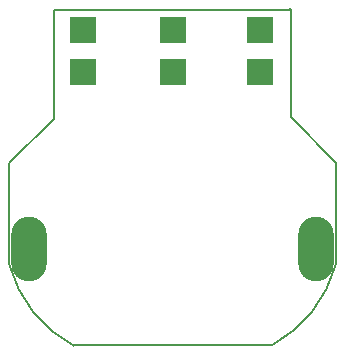
<source format=gbs>
G04 #@! TF.FileFunction,Soldermask,Bot*
%FSLAX46Y46*%
G04 Gerber Fmt 4.6, Leading zero omitted, Abs format (unit mm)*
G04 Created by KiCad (PCBNEW 4.0.7) date 10/21/21 16:27:33*
%MOMM*%
%LPD*%
G01*
G04 APERTURE LIST*
%ADD10C,0.100000*%
%ADD11C,0.150000*%
%ADD12R,2.200000X2.200000*%
%ADD13O,3.000000X5.480000*%
G04 APERTURE END LIST*
D10*
D11*
X145105000Y-84673000D02*
X145125000Y-84673000D01*
X145105000Y-93899000D02*
X145105000Y-84673000D01*
X165181000Y-84658000D02*
X165014000Y-84658000D01*
X165181000Y-93795000D02*
X165181000Y-84658000D01*
X165186000Y-91945000D02*
X165186000Y-84676000D01*
X141305000Y-106238000D02*
X141305000Y-97719000D01*
X168961000Y-106213000D02*
X168961000Y-97597000D01*
X163540000Y-113096000D02*
X146761000Y-113096000D01*
X141314928Y-106247107D02*
G75*
G03X146771000Y-113125000I10637072J2835107D01*
G01*
X163531957Y-113100843D02*
G75*
G03X168974000Y-106223000I-5187957J9696843D01*
G01*
X168935000Y-97566000D02*
X165164000Y-93795000D01*
X145085000Y-93919000D02*
X141326000Y-97678000D01*
X145096000Y-84665000D02*
X165106000Y-84665000D01*
D12*
X147523000Y-86418000D03*
X147523000Y-89969000D03*
X155150000Y-86414000D03*
X155150000Y-89984000D03*
X162550000Y-86425000D03*
X162550000Y-89981000D03*
D13*
X142979000Y-104922000D03*
X167325000Y-104911000D03*
M02*

</source>
